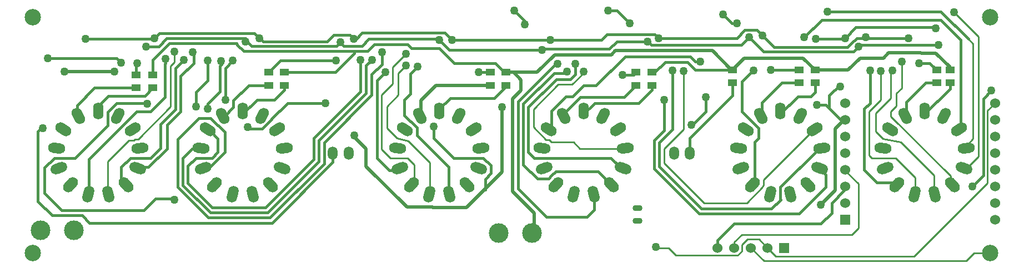
<source format=gtl>
G04 Layer_Physical_Order=1*
G04 Layer_Color=255*
%FSLAX44Y44*%
%MOMM*%
G71*
G01*
G75*
%ADD10R,1.4500X1.1000*%
%ADD11C,0.2540*%
%ADD12C,0.3810*%
%ADD13C,0.5080*%
%ADD14O,1.5000X2.0000*%
%ADD15C,3.0000*%
%ADD16O,1.5240X0.9000*%
%ADD17R,1.5240X1.5240*%
%ADD18C,1.5240*%
%ADD19R,1.5240X1.5240*%
G04:AMPARAMS|DCode=20|XSize=1.6mm|YSize=2.6mm|CornerRadius=0mm|HoleSize=0mm|Usage=FLASHONLY|Rotation=138.462|XOffset=0mm|YOffset=0mm|HoleType=Round|Shape=Round|*
%AMOVALD20*
21,1,1.0000,1.6000,0.0000,0.0000,228.5*
1,1,1.6000,0.3316,0.3743*
1,1,1.6000,-0.3316,-0.3743*
%
%ADD20OVALD20*%

%ADD21O,1.6000X2.6000*%
G04:AMPARAMS|DCode=22|XSize=1.6mm|YSize=2.6mm|CornerRadius=0mm|HoleSize=0mm|Usage=FLASHONLY|Rotation=27.692|XOffset=0mm|YOffset=0mm|HoleType=Round|Shape=Round|*
%AMOVALD22*
21,1,1.0000,1.6000,0.0000,0.0000,117.7*
1,1,1.6000,0.2324,-0.4427*
1,1,1.6000,-0.2324,0.4427*
%
%ADD22OVALD22*%

G04:AMPARAMS|DCode=23|XSize=1.6mm|YSize=2.6mm|CornerRadius=0mm|HoleSize=0mm|Usage=FLASHONLY|Rotation=55.385|XOffset=0mm|YOffset=0mm|HoleType=Round|Shape=Round|*
%AMOVALD23*
21,1,1.0000,1.6000,0.0000,0.0000,145.4*
1,1,1.6000,0.4115,-0.2840*
1,1,1.6000,-0.4115,0.2840*
%
%ADD23OVALD23*%

G04:AMPARAMS|DCode=24|XSize=1.6mm|YSize=2.6mm|CornerRadius=0mm|HoleSize=0mm|Usage=FLASHONLY|Rotation=83.077|XOffset=0mm|YOffset=0mm|HoleType=Round|Shape=Round|*
%AMOVALD24*
21,1,1.0000,1.6000,0.0000,0.0000,173.1*
1,1,1.6000,0.4964,-0.0603*
1,1,1.6000,-0.4964,0.0603*
%
%ADD24OVALD24*%

G04:AMPARAMS|DCode=25|XSize=1.6mm|YSize=2.6mm|CornerRadius=0mm|HoleSize=0mm|Usage=FLASHONLY|Rotation=110.769|XOffset=0mm|YOffset=0mm|HoleType=Round|Shape=Round|*
%AMOVALD25*
21,1,1.0000,1.6000,0.0000,0.0000,200.8*
1,1,1.6000,0.4675,0.1773*
1,1,1.6000,-0.4675,-0.1773*
%
%ADD25OVALD25*%

G04:AMPARAMS|DCode=26|XSize=1.6mm|YSize=2.6mm|CornerRadius=0mm|HoleSize=0mm|Usage=FLASHONLY|Rotation=166.154|XOffset=0mm|YOffset=0mm|HoleType=Round|Shape=Round|*
%AMOVALD26*
21,1,1.0000,1.6000,0.0000,0.0000,256.2*
1,1,1.6000,0.1197,0.4855*
1,1,1.6000,-0.1197,-0.4855*
%
%ADD26OVALD26*%

G04:AMPARAMS|DCode=27|XSize=1.6mm|YSize=2.6mm|CornerRadius=0mm|HoleSize=0mm|Usage=FLASHONLY|Rotation=193.846|XOffset=0mm|YOffset=0mm|HoleType=Round|Shape=Round|*
%AMOVALD27*
21,1,1.0000,1.6000,0.0000,0.0000,283.8*
1,1,1.6000,-0.1197,0.4855*
1,1,1.6000,0.1197,-0.4855*
%
%ADD27OVALD27*%

G04:AMPARAMS|DCode=28|XSize=1.6mm|YSize=2.6mm|CornerRadius=0mm|HoleSize=0mm|Usage=FLASHONLY|Rotation=221.538|XOffset=0mm|YOffset=0mm|HoleType=Round|Shape=Round|*
%AMOVALD28*
21,1,1.0000,1.6000,0.0000,0.0000,311.5*
1,1,1.6000,-0.3316,0.3743*
1,1,1.6000,0.3316,-0.3743*
%
%ADD28OVALD28*%

G04:AMPARAMS|DCode=29|XSize=1.6mm|YSize=2.6mm|CornerRadius=0mm|HoleSize=0mm|Usage=FLASHONLY|Rotation=249.231|XOffset=0mm|YOffset=0mm|HoleType=Round|Shape=Round|*
%AMOVALD29*
21,1,1.0000,1.6000,0.0000,0.0000,339.2*
1,1,1.6000,-0.4675,0.1773*
1,1,1.6000,0.4675,-0.1773*
%
%ADD29OVALD29*%

G04:AMPARAMS|DCode=30|XSize=1.6mm|YSize=2.6mm|CornerRadius=0mm|HoleSize=0mm|Usage=FLASHONLY|Rotation=276.923|XOffset=0mm|YOffset=0mm|HoleType=Round|Shape=Round|*
%AMOVALD30*
21,1,1.0000,1.6000,0.0000,0.0000,6.9*
1,1,1.6000,-0.4964,-0.0603*
1,1,1.6000,0.4964,0.0603*
%
%ADD30OVALD30*%

G04:AMPARAMS|DCode=31|XSize=1.6mm|YSize=2.6mm|CornerRadius=0mm|HoleSize=0mm|Usage=FLASHONLY|Rotation=304.615|XOffset=0mm|YOffset=0mm|HoleType=Round|Shape=Round|*
%AMOVALD31*
21,1,1.0000,1.6000,0.0000,0.0000,34.6*
1,1,1.6000,-0.4115,-0.2840*
1,1,1.6000,0.4115,0.2840*
%
%ADD31OVALD31*%

G04:AMPARAMS|DCode=32|XSize=1.6mm|YSize=2.6mm|CornerRadius=0mm|HoleSize=0mm|Usage=FLASHONLY|Rotation=332.308|XOffset=0mm|YOffset=0mm|HoleType=Round|Shape=Round|*
%AMOVALD32*
21,1,1.0000,1.6000,0.0000,0.0000,62.3*
1,1,1.6000,-0.2324,-0.4427*
1,1,1.6000,0.2324,0.4427*
%
%ADD32OVALD32*%

%ADD33C,1.2700*%
%ADD34C,2.5000*%
D10*
X403860Y275750D02*
D03*
Y295750D02*
D03*
X379730Y275750D02*
D03*
Y295750D02*
D03*
X1418590Y279560D02*
D03*
Y299560D02*
D03*
X1212850D02*
D03*
Y279560D02*
D03*
X963930Y275750D02*
D03*
Y295750D02*
D03*
X741680D02*
D03*
Y275750D02*
D03*
X203200Y271940D02*
D03*
Y291940D02*
D03*
X1087120Y299560D02*
D03*
Y279560D02*
D03*
X1398270Y299560D02*
D03*
Y279560D02*
D03*
X1188720D02*
D03*
Y299560D02*
D03*
X939800Y295750D02*
D03*
Y275750D02*
D03*
X717550D02*
D03*
Y295750D02*
D03*
X177800Y291940D02*
D03*
Y271940D02*
D03*
D11*
X1257300Y147320D02*
X1278890Y125730D01*
X1268730Y48260D02*
X1278890Y58420D01*
Y125730D01*
X1127570Y40830D02*
X1140460Y27940D01*
X1089660D02*
Y36830D01*
X1101090Y48260D01*
X1268730D01*
X1109721Y40830D02*
X1127570D01*
X1101090Y32199D02*
X1109721Y40830D01*
X1115060Y27940D02*
X1134935Y8065D01*
X1443165D01*
X1455100Y20000D01*
X1480000D01*
X1140460Y27940D02*
X1153160Y15240D01*
X1344930Y271780D02*
Y312420D01*
X1336792Y263642D02*
X1344930Y271780D01*
X1336792Y244592D02*
Y263642D01*
X1328420Y236220D02*
X1336792Y244592D01*
X1419483Y127488D02*
Y137537D01*
X1305560Y205361D02*
Y233680D01*
X1328420Y256540D01*
Y295910D01*
X1330960Y298450D01*
X1305560Y205361D02*
X1316931Y193990D01*
X1394328Y113894D02*
Y138271D01*
X1328420Y228600D02*
Y236220D01*
Y228600D02*
X1419483Y137537D01*
X1316931Y193990D02*
X1343525Y189073D01*
X1394328Y138271D01*
X1365730Y114127D02*
Y135410D01*
X1295590Y168720D02*
X1299210Y165100D01*
X1295590Y236220D02*
X1313370Y254000D01*
Y297700D01*
X1336040Y165100D02*
X1365730Y135410D01*
X1299210Y165100D02*
X1336040D01*
X1295590Y168720D02*
Y236220D01*
X1435921Y150850D02*
X1446250D01*
X1438982Y179208D02*
X1453960Y194186D01*
Y339280D01*
X1446530Y346710D02*
X1453960Y339280D01*
X1424940Y387350D02*
X1462279Y350011D01*
Y258306D02*
Y350011D01*
X1446250Y150850D02*
X1462215Y166815D01*
Y174546D01*
X1462279Y174609D01*
Y186096D01*
X1475740Y237490D02*
X1487170Y248920D01*
X1462215Y186160D02*
X1462279Y186096D01*
X1462215Y186160D02*
Y258242D01*
X1462279Y258306D01*
X1363980Y15240D02*
X1475740Y127000D01*
Y237490D01*
X1153160Y15240D02*
X1363980D01*
X1094740Y16510D02*
X1101090Y22860D01*
X1000760Y16510D02*
X1094740D01*
X989330Y27940D02*
X1000760Y16510D01*
X971550Y27940D02*
X989330D01*
X970280Y29210D02*
X971550Y27940D01*
X1101090Y22860D02*
Y32199D01*
X783715Y211735D02*
Y239270D01*
Y211735D02*
X802654Y192796D01*
X854572Y179208D02*
X918982D01*
X844611Y189169D02*
X854572Y179208D01*
X811102Y189169D02*
X844611D01*
X807476Y192796D02*
X811102Y189169D01*
X802654Y192796D02*
X807476D01*
X783715Y239270D02*
X821560Y277115D01*
X842701D01*
X859790Y294204D01*
Y297180D01*
X569150Y303720D02*
X589280Y323850D01*
X552005Y178245D02*
X565150Y165100D01*
X600517Y127488D02*
X601980Y128952D01*
X565150Y165100D02*
X591820D01*
X601980Y154940D01*
Y128952D02*
Y154940D01*
X552005Y178245D02*
Y261175D01*
X569150Y278320D01*
Y303720D01*
X575310Y195580D02*
X592637Y190630D01*
X625730Y157537D01*
Y114127D02*
Y157537D01*
X577595Y294385D02*
X589280Y306070D01*
X577595Y261365D02*
Y294385D01*
X560070Y243840D02*
X577595Y261365D01*
X560070Y210820D02*
Y243840D01*
Y210820D02*
X575310Y195580D01*
X134327Y159727D02*
X166469Y191869D01*
X171598D01*
X134327Y113894D02*
Y159727D01*
X230315Y305232D02*
X236220Y311137D01*
X230315Y243015D02*
Y305232D01*
X175976Y193756D02*
X181056D01*
X236220Y311137D02*
Y327660D01*
X181056Y193756D02*
X230315Y243015D01*
X174089Y191869D02*
X175976Y193756D01*
X171598Y191869D02*
X174089D01*
X1134762Y131620D02*
X1209082Y205941D01*
X1109242Y96520D02*
X1133193Y120471D01*
Y121298D01*
X1134762Y122867D01*
Y131620D01*
X982725Y157480D02*
Y178815D01*
X1012380Y208470D01*
X1043685Y96520D02*
X1109242D01*
X982725Y157480D02*
X1043685Y96520D01*
X1012380Y208470D02*
Y297700D01*
D12*
X1221740Y64770D02*
X1238250Y81280D01*
Y96520D01*
X1257300Y115570D01*
Y121920D01*
X27940Y205740D02*
X31750Y209550D01*
X177800Y271780D02*
Y271940D01*
X874327Y108518D02*
Y113894D01*
X921860Y257810D02*
X939800Y275750D01*
X963930Y269240D02*
Y275750D01*
X943610Y248920D02*
X963930Y269240D01*
X876860Y248920D02*
X943610D01*
X860000Y232060D02*
X876860Y248920D01*
X1022250Y172060D02*
Y195480D01*
X975550Y152210D02*
Y188535D01*
Y152210D02*
X1039940Y87820D01*
X967740Y148590D02*
X1036320Y80010D01*
X967740Y148590D02*
Y191770D01*
X982980Y207010D01*
X1120517Y189607D02*
X1126490Y195580D01*
X1120517Y127488D02*
Y189607D01*
X1118870Y297180D02*
X1119505Y296545D01*
X1429082Y205941D02*
X1435100Y211958D01*
X1418590Y270650D02*
Y278290D01*
X1380000Y232060D02*
X1418590Y270650D01*
X741680Y274320D02*
Y275750D01*
X1118870Y297180D02*
Y298450D01*
X1145700Y299560D02*
X1192530D01*
X919480Y292100D02*
X936150D01*
X939800Y295750D01*
X982980Y207010D02*
Y254000D01*
X963930Y295750D02*
X968850D01*
X957580Y342900D02*
X963280Y337200D01*
X832150Y225139D02*
Y235250D01*
X854710Y257810D01*
X921860D01*
X847090Y292549D02*
Y308610D01*
X910788Y342900D02*
X957580D01*
X895985Y353695D02*
X968375D01*
X974075Y347995D01*
X809625Y344805D02*
X887095D01*
X895985Y353695D01*
X739300Y295750D02*
X741680D01*
X659765Y344805D02*
X809625D01*
X312150Y225139D02*
Y228330D01*
X648335Y356235D02*
X659130Y345440D01*
X522605Y356235D02*
X648335D01*
X640080Y345440D02*
X655320Y330200D01*
X796290D01*
X640080Y332740D02*
X662940Y309880D01*
X597721Y332740D02*
X640080D01*
X488950Y341630D02*
X494665Y335915D01*
X511810Y345440D02*
X522605Y356235D01*
X510540Y346710D02*
X511810Y345440D01*
X509270Y346710D02*
X510540D01*
X494665Y335915D02*
X521970D01*
X639065Y346455D02*
X640080Y345440D01*
X530480Y328105D02*
X541020Y338645D01*
X591816D02*
X597721Y332740D01*
X521970Y335915D02*
X532510Y346455D01*
X510540Y324299D02*
Y328105D01*
X481991Y295750D02*
X510540Y324299D01*
X403860Y295750D02*
X481991D01*
X510540Y328105D02*
X530480D01*
X397670Y313690D02*
X482600D01*
X379730Y295750D02*
X397670Y313690D01*
X503555Y352425D02*
X509270Y346710D01*
X478790Y352425D02*
X503555D01*
X353695Y335915D02*
X483235D01*
X488950Y341630D01*
X371475Y342265D02*
X468630D01*
X478790Y352425D01*
X284079Y150850D02*
X290166D01*
X287020Y283210D02*
Y313690D01*
X219710Y316230D02*
X222250Y313690D01*
X203200Y291940D02*
Y314511D01*
X228604Y339915D02*
X330645D01*
X203200Y314511D02*
X228604Y339915D01*
X205740Y347980D02*
X213360Y355600D01*
X358140D01*
X224535Y347725D02*
X344425D01*
X1022250Y195480D02*
X1087120Y260350D01*
Y279560D01*
X1030130Y299560D02*
X1085561D01*
X1132150Y249500D02*
X1162210Y279560D01*
X1188720D01*
X1132150Y225139D02*
Y249500D01*
X1100470Y337200D02*
X1112520Y349250D01*
X963280Y337200D02*
X1100470D01*
X1124585Y360045D02*
X1132840Y351790D01*
X1212850Y265430D02*
Y279560D01*
X1387950Y309880D02*
X1398270Y299560D01*
X1371600Y309880D02*
X1387950D01*
X1296670Y248920D02*
Y298450D01*
X1287780Y240030D02*
X1296670Y248920D01*
X1278890Y335280D02*
X1279715Y334455D01*
X1268095Y339725D02*
Y339751D01*
X1276324Y347980D01*
X1258570D02*
X1275080Y364490D01*
X1395730D01*
X1397000Y363220D01*
X1234440Y260350D02*
X1250950Y276860D01*
Y274320D02*
Y276860D01*
X1196340Y349250D02*
X1223010Y375920D01*
X1214120Y346710D02*
X1257300D01*
X1258570Y347980D01*
X1279715Y334455D02*
X1282445Y337185D01*
X1276324Y347980D02*
X1355090D01*
X1252220Y223520D02*
X1257300D01*
X1234440Y241300D02*
X1252220Y223520D01*
X1234440Y241300D02*
Y260350D01*
X975550Y188535D02*
X995680Y208665D01*
Y298450D01*
X1116330Y297180D02*
X1118870D01*
X1101090Y281940D02*
X1116330Y297180D01*
X974075Y347995D02*
X1093485D01*
X1105535Y360045D01*
X1124585D01*
X1072530Y383741D02*
X1085921Y370350D01*
X1094250D01*
X910590Y389890D02*
X930130Y370350D01*
X897715Y389890D02*
X910590D01*
X754380D02*
X770400Y373870D01*
X552450Y308161D02*
Y326390D01*
X532510Y346455D02*
X639065D01*
X541020Y338645D02*
X591816D01*
X725170Y309880D02*
X739300Y295750D01*
X717390Y295910D02*
X717550Y295750D01*
X662940Y309880D02*
X725170D01*
X699770Y295910D02*
X717390D01*
X519430Y265930D02*
Y314960D01*
X477750Y158980D02*
Y172060D01*
X448725Y163090D02*
Y195225D01*
X456535Y159855D02*
Y191990D01*
X464345Y156620D02*
Y188755D01*
X448725Y195225D02*
X519430Y265930D01*
X375105Y89470D02*
X448725Y163090D01*
X378340Y81660D02*
X456535Y159855D01*
X384810Y66040D02*
X477750Y158980D01*
X307340Y313241D02*
X308420Y312161D01*
X347980Y212090D02*
X350520Y209550D01*
X237490Y302260D02*
X250190Y314960D01*
X221870Y308730D02*
X222250Y309110D01*
Y313690D01*
X245300Y289750D02*
X265430Y309880D01*
Y321976D01*
X245300Y235910D02*
Y289750D01*
X237490Y239145D02*
Y302260D01*
X134620Y214630D02*
Y235145D01*
X189420Y85280D02*
X207010Y102870D01*
X234950D01*
X212090Y335280D02*
X224535Y347725D01*
X204470Y346710D02*
X205740Y347980D01*
X193040Y335280D02*
X212090D01*
X100330Y346710D02*
X204470D01*
X1400175Y337185D02*
X1400810Y337820D01*
X1282445Y337185D02*
X1400175D01*
X1223010Y375920D02*
X1404620D01*
X1435100Y345440D01*
Y211958D02*
Y345440D01*
X1231908Y388628D02*
X1404612D01*
X381575Y73850D02*
X464345Y156620D01*
X796290Y328930D02*
X798830Y331470D01*
X899358D01*
X910788Y342900D01*
X968850Y295750D02*
X984250Y311150D01*
X1018540D01*
X1030130Y299560D01*
X878815Y275565D02*
X923290Y320040D01*
X1022350D01*
X1029970Y312420D02*
X1037590D01*
X1022350Y320040D02*
X1029970Y312420D01*
X1132840Y351790D02*
X1150620Y334010D01*
X1262380D01*
X1268095Y339725D01*
X1112520Y349250D02*
X1134110Y327660D01*
X1271270D01*
X1278890Y335280D01*
X177800Y308610D02*
X179070Y309880D01*
X177800Y291940D02*
Y308610D01*
X148077Y317500D02*
X155252Y310325D01*
X43180Y317500D02*
X148077D01*
X365760Y347980D02*
X371475Y342265D01*
X358140Y355600D02*
X365760Y347980D01*
X349250Y340360D02*
X353695Y335915D01*
X344170Y347470D02*
X344425Y347725D01*
X344170Y342900D02*
Y347470D01*
X346710Y342900D02*
X349250Y340360D01*
X344170Y342900D02*
X346710D01*
X331915Y337824D02*
X341634Y328105D01*
X330645Y339915D02*
X331915Y338645D01*
Y337824D02*
Y338645D01*
X341634Y328105D02*
X510540D01*
X1064260Y27940D02*
Y39370D01*
X1089660Y64770D01*
X1221740D01*
X1287780Y147320D02*
Y240030D01*
Y147320D02*
X1307612Y127488D01*
X1340517D01*
X1352150Y225139D02*
Y249790D01*
X1381920Y279560D01*
X1398270D01*
X1404612Y388628D02*
X1446530Y346710D01*
X1487805Y248285D02*
X1488440Y248920D01*
X1452880Y121920D02*
X1469454Y138494D01*
Y189068D01*
X1469390Y189132D02*
X1469454Y189068D01*
X1469390Y189132D02*
Y255270D01*
X1481960Y267840D01*
X1206055Y258635D02*
X1212850Y265430D01*
X1186575Y258635D02*
X1206055D01*
X1160000Y232060D02*
X1186575Y258635D01*
X1101090Y236220D02*
Y281940D01*
Y236220D02*
X1126490Y210820D01*
Y195580D02*
Y210820D01*
X1188720Y80010D02*
X1229360Y120650D01*
Y139700D01*
X1218210Y150850D02*
X1229360Y139700D01*
X1215920Y150850D02*
X1218210D01*
X1229360Y246380D02*
X1234440Y241300D01*
X1215390Y246380D02*
X1229360D01*
X839466Y284925D02*
X847090Y292549D01*
X810918Y205941D02*
Y236775D01*
X817937Y308668D02*
X820362D01*
X760285Y251015D02*
X817937Y308668D01*
X803153Y74930D02*
X864870D01*
X876300Y86360D01*
Y111922D01*
X874327Y113894D02*
X876300Y111922D01*
X760285Y117798D02*
X803153Y74930D01*
X882191Y144780D02*
X899483Y127488D01*
X811470Y138150D02*
X818100Y144780D01*
X882191D01*
X760285Y117798D02*
Y251015D01*
X768095Y247780D02*
X814955Y294640D01*
X831850D01*
X834390Y297180D01*
X775905Y242505D02*
X818325Y284925D01*
X833180D01*
X839466D01*
X901794Y164977D02*
X915920Y150850D01*
X775905Y174055D02*
Y242505D01*
Y174055D02*
X784983Y164977D01*
X901794D01*
X806556Y133350D02*
X811413Y138207D01*
X768095Y154783D02*
X789528Y133350D01*
X768095Y154783D02*
Y247780D01*
X789528Y133350D02*
X806556D01*
X810918Y236775D02*
X833223Y259080D01*
X843280D01*
X859765Y275565D01*
X878815D01*
X528320Y306070D02*
X537210Y314960D01*
X456535Y191990D02*
X528320Y263775D01*
Y306070D01*
X544830Y283210D02*
X557530Y295910D01*
X464345Y188755D02*
X537020Y261430D01*
Y292731D01*
X552450Y308161D01*
X544830Y165100D02*
Y283210D01*
Y165100D02*
X563880Y146050D01*
X579279D01*
X584080Y150850D01*
X595630Y293370D02*
X607060Y304800D01*
X595630Y262890D02*
Y293370D01*
X586740Y254000D02*
X595630Y262890D01*
X586740Y230131D02*
Y254000D01*
Y230131D02*
X605751Y211119D01*
Y199429D02*
Y211119D01*
Y199429D02*
X654327Y150853D01*
Y113894D02*
Y150853D01*
X269240Y265430D02*
X287020Y283210D01*
X269240Y243840D02*
Y265430D01*
X287020Y240030D02*
Y247840D01*
X294070Y89470D02*
X375105D01*
X241110Y120340D02*
X287600Y73850D01*
X248920Y123575D02*
X290835Y81660D01*
X378340D01*
X241110Y120340D02*
Y193620D01*
X287600Y73850D02*
X381575D01*
X256730Y126810D02*
Y152590D01*
Y126810D02*
X294070Y89470D01*
X248920Y123575D02*
Y165100D01*
X263028Y179208D01*
X281018D01*
X256730Y152590D02*
X269249Y165109D01*
X293379D01*
X302260Y173990D01*
Y194598D01*
X290917Y205941D02*
X302260Y194598D01*
X408940Y248920D02*
X466090D01*
X384533Y223854D02*
Y224513D01*
X408940Y248920D01*
X312150Y228330D02*
X326095Y242275D01*
X313690Y254000D02*
Y302260D01*
X287020Y247840D02*
X305880Y266700D01*
Y305495D01*
X308420Y308035D01*
Y312161D01*
X370228Y209550D02*
X384533Y223854D01*
X350520Y209550D02*
X370228D01*
X313690Y302260D02*
X325120Y313690D01*
X326095Y242275D02*
Y252435D01*
X349410Y275750D01*
X379730D01*
X340000Y232060D02*
X361940Y254000D01*
X388620D01*
X403860Y269240D01*
Y275750D01*
X95250Y77470D02*
X106680Y66040D01*
X49530Y77470D02*
X95250D01*
X27940Y99060D02*
X49530Y77470D01*
X27940Y99060D02*
Y205740D01*
X106680Y66040D02*
X384810D01*
X64580Y85280D02*
X189420D01*
X38100Y111760D02*
X64580Y85280D01*
X38100Y111760D02*
Y150186D01*
X52891Y164977D01*
X84967D01*
X134620Y214630D01*
X114460Y271940D02*
X177800D01*
X87630Y229659D02*
X92150Y225139D01*
X87630Y229659D02*
Y245110D01*
X114460Y271940D01*
X120000Y232060D02*
Y244460D01*
X134620Y235145D02*
X148395Y248920D01*
X191165Y259905D02*
X203200Y271940D01*
X135445Y259905D02*
X191165D01*
X193040Y248920D02*
X194310Y247650D01*
X148395Y248920D02*
X193040D01*
X120000Y244460D02*
X135445Y259905D01*
X105730Y162880D02*
X178245Y235395D01*
X105730Y114127D02*
Y162880D01*
X199386Y235395D02*
X221870Y257879D01*
X178245Y235395D02*
X199386D01*
X221870Y257879D02*
Y308730D01*
X154940Y132031D02*
X159483Y127488D01*
X154940Y132031D02*
Y151130D01*
X168910Y165100D01*
X175921Y150850D02*
X196570D01*
X224790Y179070D01*
Y215400D01*
X245300Y235910D01*
X214630Y180340D02*
Y216285D01*
X199390Y165100D02*
X214630Y180340D01*
Y216285D02*
X237490Y239145D01*
X168910Y165100D02*
X199390D01*
X291197Y226060D02*
X312977Y204280D01*
X273550Y226060D02*
X291197D01*
X241110Y193620D02*
X273550Y226060D01*
X290166Y150850D02*
X312977Y173662D01*
Y204280D01*
X640000Y232060D02*
Y239950D01*
X656590Y256540D01*
X723900D01*
X741680Y274320D01*
X718805Y141682D02*
Y153281D01*
X631190Y195580D02*
X661793Y164977D01*
X631190Y195580D02*
Y213360D01*
X707109Y164977D02*
X718805Y153281D01*
X661793Y164977D02*
X707109D01*
X709930Y116840D02*
Y132808D01*
X718805Y141682D01*
X1046480Y236220D02*
Y257810D01*
X1024635Y214885D02*
X1024890Y214630D01*
X1022916Y215196D02*
X1024635D01*
X1024890Y214630D02*
X1046480Y236220D01*
X1024635Y214885D02*
Y215196D01*
X1218795Y179208D02*
X1218982D01*
X1036320Y80010D02*
X1188720D01*
X1039940Y87820D02*
X1146745D01*
X1160500Y101574D01*
Y101574D01*
X1160154Y101920D02*
X1160500Y101574D01*
X1160154Y101920D02*
Y120567D01*
X1218795Y179208D01*
D13*
X784860Y60960D02*
Y81280D01*
X753270Y295750D02*
X764540Y284480D01*
Y267970D02*
Y284480D01*
X741680Y295750D02*
X753270D01*
X789216D01*
X816046Y322580D01*
X902411D02*
X908586Y328755D01*
X816046Y322580D02*
X902411D01*
X1056366Y328755D02*
X1085561Y299560D01*
X908586Y328755D02*
X1056366D01*
X1105060Y317500D02*
X1194910D01*
X1263490Y299560D02*
X1281430Y317500D01*
X1316990D01*
X1324800Y325310D01*
X1374399D01*
X1374589Y325120D01*
X1395281D01*
X1395471Y324930D01*
X1397000D01*
X1418590Y303340D01*
Y299560D02*
Y303340D01*
X1087120Y299560D02*
X1105060Y317500D01*
X1194910D02*
X1212850Y299560D01*
X1263490D01*
X68580Y297180D02*
X144780D01*
X1243330Y209550D02*
X1257300Y223520D01*
X1243330Y186841D02*
X1243549Y186622D01*
X1243330Y186841D02*
Y209550D01*
X1243549Y115789D02*
Y186622D01*
X1221740Y93980D02*
X1243549Y115789D01*
X751840Y255270D02*
X764540Y267970D01*
X751840Y114300D02*
X784860Y81280D01*
X751840Y114300D02*
Y255270D01*
X735330Y143510D02*
Y242570D01*
X681543Y89723D02*
X735330Y143510D01*
X629648Y89955D02*
X629880Y89723D01*
X681543D01*
X510540Y196850D02*
Y199390D01*
Y196850D02*
X528320Y179070D01*
Y152400D02*
Y179070D01*
Y152400D02*
X590765Y89955D01*
X629648D01*
X635160Y275750D02*
X717550D01*
X612150Y252740D02*
X635160Y275750D01*
X612150Y225139D02*
Y252740D01*
D14*
X502250Y172060D02*
D03*
X477750D02*
D03*
X1022250D02*
D03*
X997750D02*
D03*
D15*
X31750Y54610D02*
D03*
X82550D02*
D03*
X730250Y50800D02*
D03*
X781050D02*
D03*
D16*
X942340Y68740D02*
D03*
Y88740D02*
D03*
D17*
X1165860Y27940D02*
D03*
D18*
X1140460D02*
D03*
X1115060D02*
D03*
X1089660D02*
D03*
X1064260D02*
D03*
X1487170Y71120D02*
D03*
Y248920D02*
D03*
Y223520D02*
D03*
Y96520D02*
D03*
Y121920D02*
D03*
Y147320D02*
D03*
Y172720D02*
D03*
Y198120D02*
D03*
X1258570Y96520D02*
D03*
Y121920D02*
D03*
Y147320D02*
D03*
Y172720D02*
D03*
Y198120D02*
D03*
Y223520D02*
D03*
Y248920D02*
D03*
D19*
Y71120D02*
D03*
D20*
X1337533Y124120D02*
D03*
X1117533D02*
D03*
X817533D02*
D03*
X597533D02*
D03*
X297533D02*
D03*
X77533D02*
D03*
D21*
X1380000Y236560D02*
D03*
X1160000D02*
D03*
X860000D02*
D03*
X640000D02*
D03*
X340000D02*
D03*
X120000D02*
D03*
D22*
X1350059Y229123D02*
D03*
X1130059D02*
D03*
X830059D02*
D03*
X610059D02*
D03*
X310059D02*
D03*
X90059D02*
D03*
D23*
X1327214Y208497D02*
D03*
X1107214D02*
D03*
X807214D02*
D03*
X587214D02*
D03*
X287214D02*
D03*
X67214D02*
D03*
D24*
X1316551Y179750D02*
D03*
X1096551D02*
D03*
X796551D02*
D03*
X576551D02*
D03*
X276551D02*
D03*
X56551D02*
D03*
D25*
X1319872Y149255D02*
D03*
X1099872D02*
D03*
X799872D02*
D03*
X579872D02*
D03*
X279872D02*
D03*
X59872D02*
D03*
D26*
X1364653Y109757D02*
D03*
X1144653D02*
D03*
X844653D02*
D03*
X624653D02*
D03*
X324653D02*
D03*
X104653D02*
D03*
D27*
X1395404Y109525D02*
D03*
X1175404D02*
D03*
X875404D02*
D03*
X655404D02*
D03*
X355404D02*
D03*
X135404D02*
D03*
D28*
X1422467Y124120D02*
D03*
X1202467D02*
D03*
X902467D02*
D03*
X682467D02*
D03*
X382467D02*
D03*
X162467D02*
D03*
D29*
X1440128Y149255D02*
D03*
X1220128D02*
D03*
X920128D02*
D03*
X700128D02*
D03*
X400128D02*
D03*
X180128D02*
D03*
D30*
X1443449Y179750D02*
D03*
X1223449D02*
D03*
X923449D02*
D03*
X703449D02*
D03*
X403449D02*
D03*
X183449D02*
D03*
D31*
X1432786Y208497D02*
D03*
X1212786D02*
D03*
X912786D02*
D03*
X692786D02*
D03*
X392786D02*
D03*
X172786D02*
D03*
D32*
X1409941Y229123D02*
D03*
X1189941D02*
D03*
X889941D02*
D03*
X669941D02*
D03*
X369941D02*
D03*
X149941D02*
D03*
D33*
X35560Y210820D02*
D03*
X1424940Y387350D02*
D03*
X1118870Y298450D02*
D03*
X1132840Y351790D02*
D03*
X1145700Y299560D02*
D03*
X1112520Y349250D02*
D03*
X919480Y292100D02*
D03*
X982980Y254000D02*
D03*
X995680Y298450D02*
D03*
X1012380Y297700D02*
D03*
X974075Y347995D02*
D03*
X957580Y342900D02*
D03*
X859790Y297180D02*
D03*
X834390D02*
D03*
X847090Y308610D02*
D03*
X820362Y308668D02*
D03*
X809625Y344805D02*
D03*
X796290Y330200D02*
D03*
X659130Y345440D02*
D03*
X640080D02*
D03*
X488950Y341630D02*
D03*
X509270Y346710D02*
D03*
X519430Y314960D02*
D03*
X537210D02*
D03*
X482600Y313690D02*
D03*
X325120D02*
D03*
X307340Y313241D02*
D03*
X287020Y313690D02*
D03*
X236220Y327660D02*
D03*
X222250Y316230D02*
D03*
X250190Y314960D02*
D03*
X264160Y326390D02*
D03*
X205740Y347980D02*
D03*
X1371600Y309880D02*
D03*
X1296670Y298450D02*
D03*
X1313370Y297700D02*
D03*
X1330960Y298450D02*
D03*
X1344930Y312420D02*
D03*
X1290320Y349250D02*
D03*
X1355090Y347980D02*
D03*
X1278890Y335280D02*
D03*
X1258570Y347980D02*
D03*
X1397000Y363220D02*
D03*
X1250950Y274320D02*
D03*
X1196340Y349250D02*
D03*
X1214120Y346710D02*
D03*
X1094250Y370350D02*
D03*
X1072530Y383741D02*
D03*
X1221740Y93980D02*
D03*
X930130Y370350D02*
D03*
X897715Y389890D02*
D03*
X770400Y369080D02*
D03*
X754380Y389890D02*
D03*
X552450Y326390D02*
D03*
X589280Y323850D02*
D03*
X557530Y295910D02*
D03*
X589280Y306070D02*
D03*
X607060Y304800D02*
D03*
X699770Y295910D02*
D03*
X735330Y242570D02*
D03*
X510540Y199390D02*
D03*
X466090Y248920D02*
D03*
X347980Y212090D02*
D03*
X236220Y101600D02*
D03*
X193040Y335280D02*
D03*
X100330Y346710D02*
D03*
X68580Y297180D02*
D03*
X1400810Y337820D02*
D03*
X1481960Y267840D02*
D03*
X1231908Y388628D02*
D03*
X1037590Y312420D02*
D03*
X144780Y297180D02*
D03*
X179070Y309880D02*
D03*
X155252Y310325D02*
D03*
X43180Y317500D02*
D03*
X365760Y347980D02*
D03*
X344170Y342900D02*
D03*
X1452880Y121920D02*
D03*
X1215390Y246380D02*
D03*
X970280Y29210D02*
D03*
X269240Y243840D02*
D03*
X287020Y240030D02*
D03*
X313690Y254000D02*
D03*
X194310Y247650D02*
D03*
X631190Y213360D02*
D03*
X1046480Y257810D02*
D03*
X1024635Y215196D02*
D03*
D34*
X1480000Y20000D02*
D03*
Y380000D02*
D03*
X20000D02*
D03*
Y20000D02*
D03*
M02*

</source>
